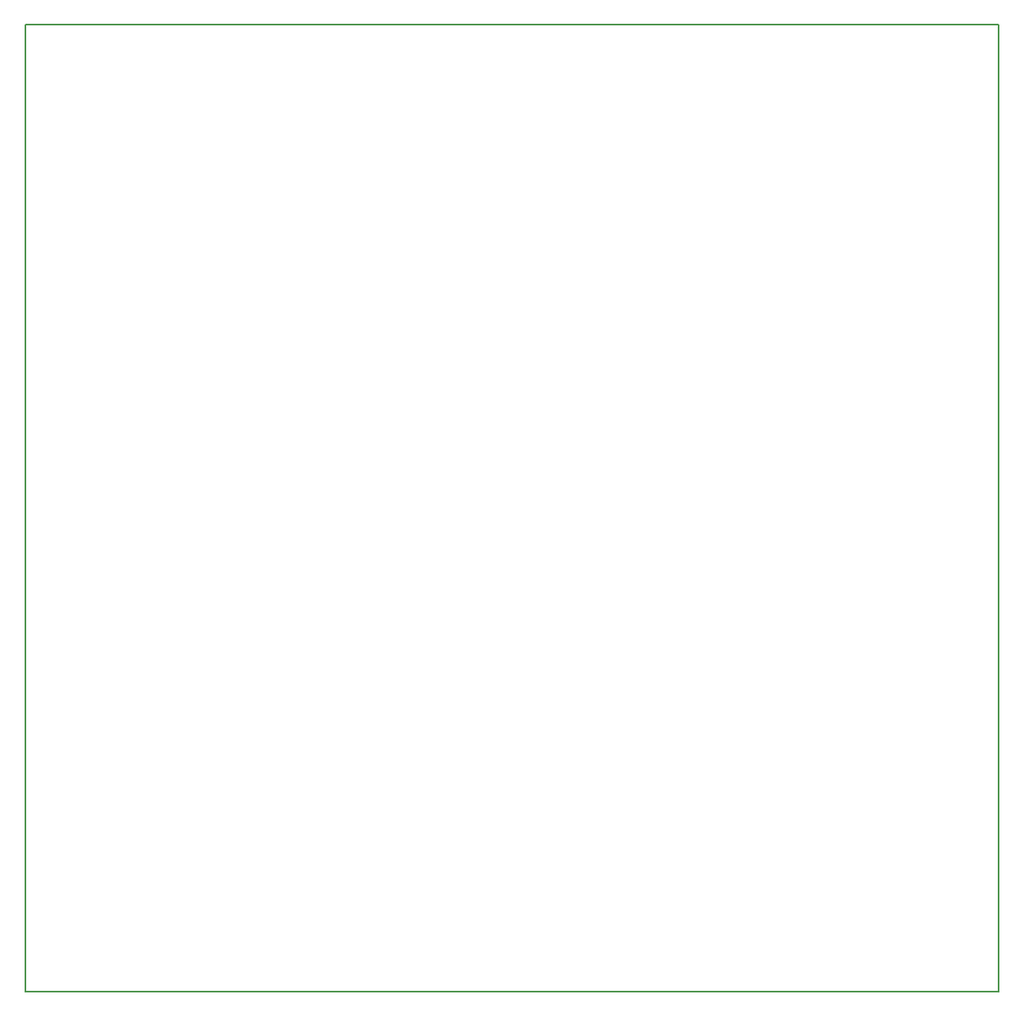
<source format=gbr>
G04 #@! TF.GenerationSoftware,KiCad,Pcbnew,5.0.0-fee4fd1~66~ubuntu16.04.1*
G04 #@! TF.CreationDate,2018-12-26T20:43:45+08:00*
G04 #@! TF.ProjectId,Sequencer,53657175656E6365722E6B696361645F,rev?*
G04 #@! TF.SameCoordinates,PX8d9e880PY6424e28*
G04 #@! TF.FileFunction,Profile,NP*
%FSLAX46Y46*%
G04 Gerber Fmt 4.6, Leading zero omitted, Abs format (unit mm)*
G04 Created by KiCad (PCBNEW 5.0.0-fee4fd1~66~ubuntu16.04.1) date Wed Dec 26 20:43:45 2018*
%MOMM*%
%LPD*%
G01*
G04 APERTURE LIST*
%ADD10C,0.200000*%
G04 APERTURE END LIST*
D10*
X50302540Y-49994920D02*
X50302540Y50005080D01*
X50302540Y50005080D02*
X-50297460Y50005080D01*
X-50297460Y50005080D02*
X-50297460Y-49994920D01*
X-50297460Y-49994920D02*
X50302540Y-49994920D01*
M02*

</source>
